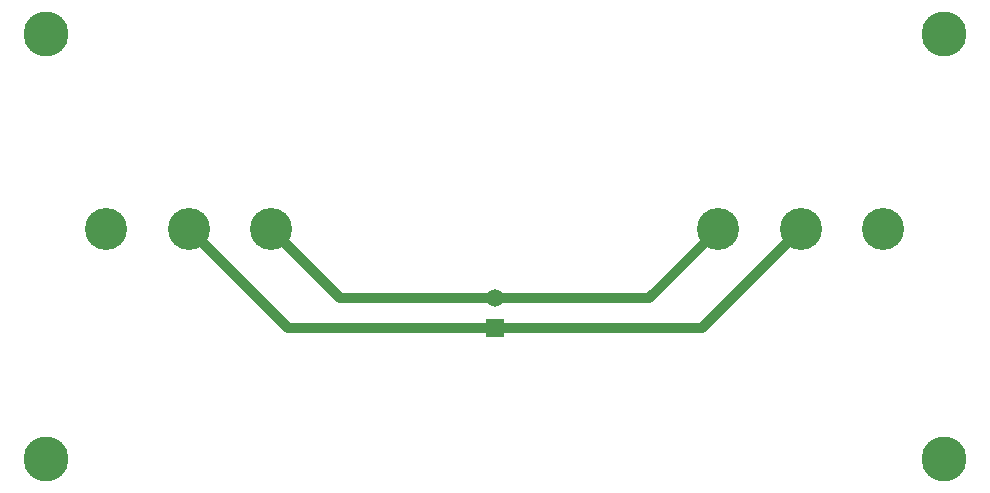
<source format=gtl>
G04*
G04 #@! TF.GenerationSoftware,Altium Limited,Altium Designer,20.1.14 (287)*
G04*
G04 Layer_Physical_Order=1*
G04 Layer_Color=255*
%FSLAX24Y24*%
%MOIN*%
G70*
G04*
G04 #@! TF.SameCoordinates,F30C1B07-68E6-47D5-99FE-7A5909F02EA4*
G04*
G04*
G04 #@! TF.FilePolarity,Positive*
G04*
G01*
G75*
%ADD12C,0.0320*%
%ADD13C,0.1400*%
%ADD14R,0.0591X0.0591*%
%ADD15C,0.0591*%
%ADD16C,0.1500*%
G36*
X1400Y23600D02*
D01*
D02*
G37*
G54D12*
X-3074Y17276D02*
Y17324D01*
X-13250Y14000D02*
X-6350D01*
X-3074Y17276D01*
X-23450Y17300D02*
X-20150Y14000D01*
X-13250D01*
X-18400Y15000D02*
X-13250D01*
X-20700Y17300D02*
X-18400Y15000D01*
X-5824Y17276D02*
Y17324D01*
X-13250Y15000D02*
X-8100D01*
X-5824Y17276D01*
Y17324D02*
X-5800Y17300D01*
X-3074Y17324D02*
X-3050Y17300D01*
G54D13*
X-20700D02*
D03*
X-26200D02*
D03*
X-23450D02*
D03*
X-5800D02*
D03*
X-300D02*
D03*
X-3050D02*
D03*
G54D14*
X-13250Y14000D02*
D03*
G54D15*
Y15000D02*
D03*
G54D16*
X-28213Y9647D02*
D03*
X1713D02*
D03*
Y23813D02*
D03*
X-28213D02*
D03*
M02*

</source>
